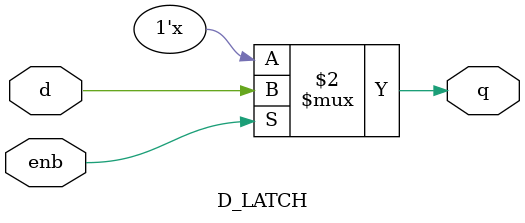
<source format=v>
`timescale 1ns / 1ps


module D_LATCH(input enb,d,output reg q );

always@(enb or d)begin
if (enb)
q<=d;
end
endmodule

</source>
